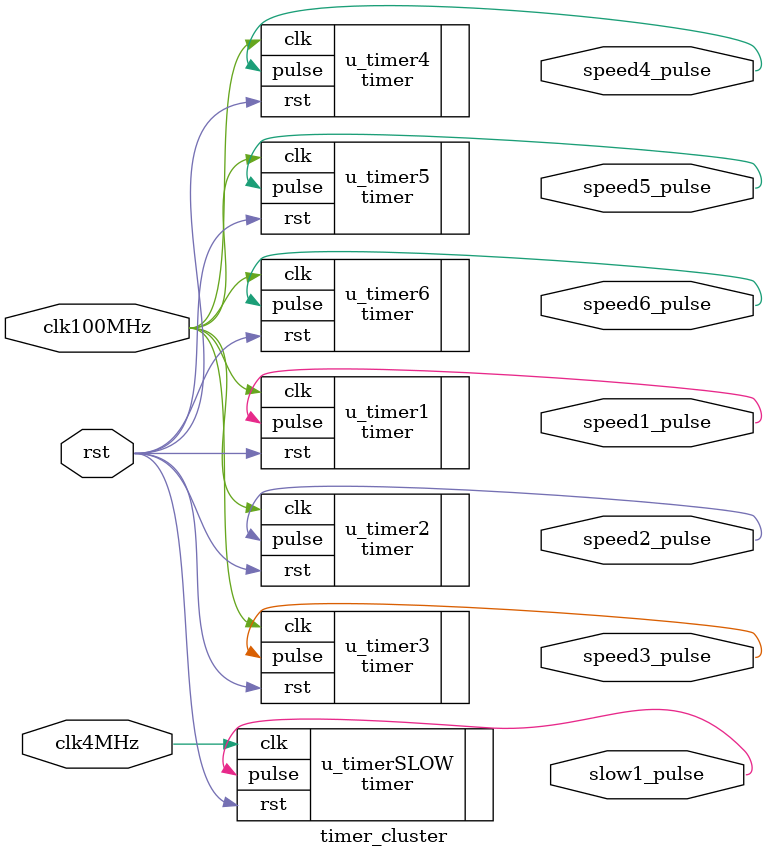
<source format=sv>
/*
 Module name:   timer_cluster
 Author:        kszdom
 Description:  timer cluster

 TIME=100_000_00 IS EQUAL TO PULSE BEING SENT EVERY SECOND DUE TO CLK BEEING 100MHz

 to add more timers please:
        - add a new parameter; choose a name for it,
        - add a new output; also choose a name for it,
        - copy and paste the timer module and modify its contents:
                1. clk speed if it needs to be changed to a slower/faster one;
                2. name of the instance
                3. change the parameter and pulse signal name to prev. selected ones
        - done :3 you have now created a new timer in the cluster module
 */
//////////////////////////////////////////////////////////////////////////////
module timer_cluster #(
    parameter int TIME1 = 100_000_000,
    parameter int TIME2 = 100_000_000,
    parameter int TIME3 = 100_000_000,
    parameter int TIME4 = 100_000_000,
    parameter int TIME5 = 100_000_000,
    parameter int TIME6 = 100_000_000,

    parameter int TIME_SLOW = 100_000_000
)(
    input  logic clk100MHz,
    input  logic clk4MHz,
    input  logic rst,

    output logic speed1_pulse,
    output logic speed2_pulse,
    output logic speed3_pulse,
    output logic speed4_pulse,
    output logic speed5_pulse,
    output logic speed6_pulse,

    output logic slow1_pulse

);

    timer #(.TIMER_TIME(TIME1)) u_timer1 (
        .clk(clk100MHz),
        .rst(rst),
        .pulse(speed1_pulse)
    );

    timer #(.TIMER_TIME(TIME2)) u_timer2 (
        .clk(clk100MHz),
        .rst(rst),
        .pulse(speed2_pulse)
    );

    timer #(.TIMER_TIME(TIME3)) u_timer3 (
        .clk(clk100MHz),
        .rst(rst),
        .pulse(speed3_pulse)
    );

    timer #(.TIMER_TIME(TIME4)) u_timer4 (
        .clk(clk100MHz),
        .rst(rst),
        .pulse(speed4_pulse)
    );

    timer #(.TIMER_TIME(TIME5)) u_timer5 (
        .clk(clk100MHz),
        .rst(rst),
        .pulse(speed5_pulse)
    );

    timer #(.TIMER_TIME(TIME6)) u_timer6 (
        .clk(clk100MHz),
        .rst(rst),
        .pulse(speed6_pulse)
    );

    timer #(.TIMER_TIME(TIME_SLOW)) u_timerSLOW (
        .clk(clk4MHz),
        .rst(rst),
        .pulse(slow1_pulse)
    );

endmodule

</source>
